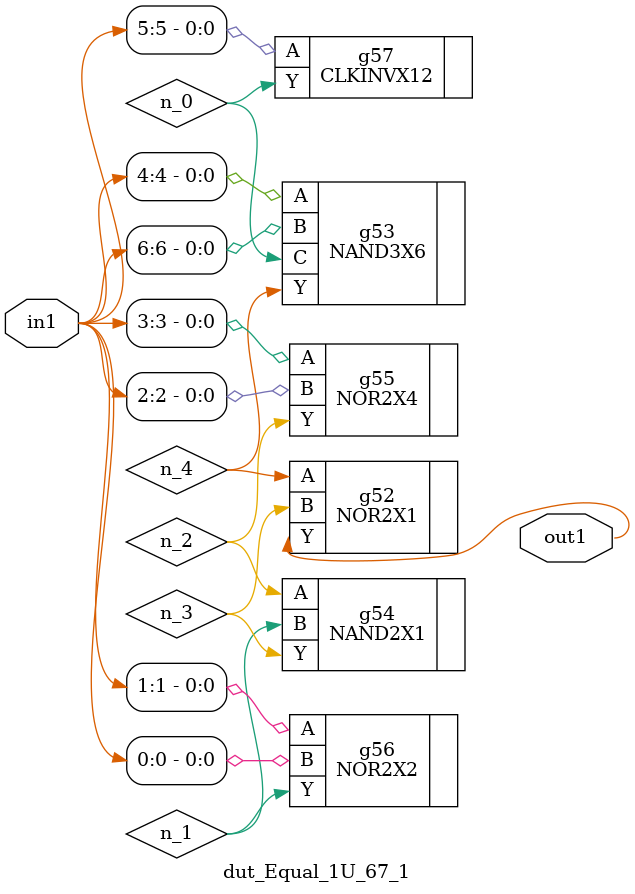
<source format=v>
`timescale 1ps / 1ps


module dut_Equal_1U_67_1(in1, out1);
  input [6:0] in1;
  output out1;
  wire [6:0] in1;
  wire out1;
  wire n_0, n_1, n_2, n_3, n_4;
  NOR2X1 g52(.A (n_4), .B (n_3), .Y (out1));
  NAND3X6 g53(.A (in1[4]), .B (in1[6]), .C (n_0), .Y (n_4));
  NAND2X1 g54(.A (n_2), .B (n_1), .Y (n_3));
  NOR2X4 g55(.A (in1[3]), .B (in1[2]), .Y (n_2));
  NOR2X2 g56(.A (in1[1]), .B (in1[0]), .Y (n_1));
  CLKINVX12 g57(.A (in1[5]), .Y (n_0));
endmodule



</source>
